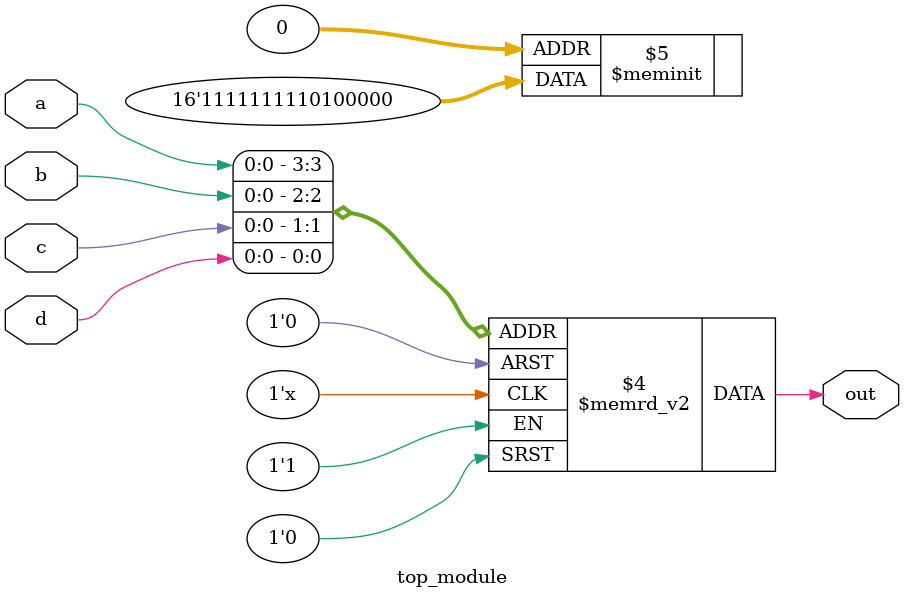
<source format=sv>
module top_module (
    input a, 
    input b,
    input c,
    input d,
    output reg out
);

    always @* begin
        case({a, b, c, d})
	    4'b0000, 4'b0001, 4'b0010, 4'b0011, 4'b0100, 4'b0110: out = 1'b0;
 	    4'b0101, 4'b0111, 4'b1000, 4'b1001, 4'b1010, 4'b1011, 4'b1100, 4'b1101, 4'b1110, 4'b1111: out = 1'b1;
            default: out = 1'b0;
        endcase
    end
endmodule

</source>
